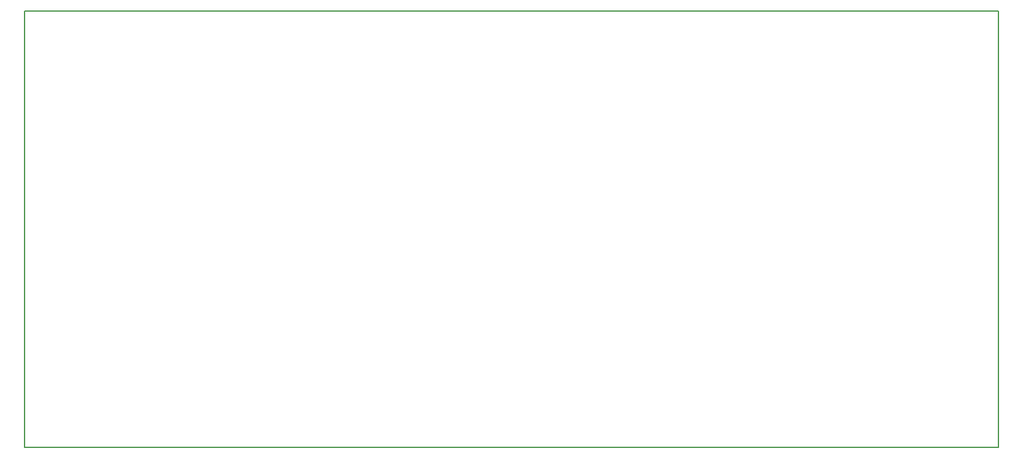
<source format=gbr>
%TF.GenerationSoftware,KiCad,Pcbnew,(7.0.0)*%
%TF.CreationDate,2023-03-10T09:33:02-07:00*%
%TF.ProjectId,L0005-Valve-Controller,4c303030-352d-4566-916c-76652d436f6e,1.0*%
%TF.SameCoordinates,Original*%
%TF.FileFunction,Profile,NP*%
%FSLAX46Y46*%
G04 Gerber Fmt 4.6, Leading zero omitted, Abs format (unit mm)*
G04 Created by KiCad (PCBNEW (7.0.0)) date 2023-03-10 09:33:02*
%MOMM*%
%LPD*%
G01*
G04 APERTURE LIST*
%TA.AperFunction,Profile*%
%ADD10C,0.127000*%
%TD*%
G04 APERTURE END LIST*
D10*
X56896000Y-67310000D02*
X56896000Y-127508000D01*
X56896000Y-127508000D02*
X191109600Y-127508000D01*
X191109600Y-67310000D02*
X56896000Y-67310000D01*
X191109600Y-67310000D02*
X191109600Y-127508000D01*
M02*

</source>
